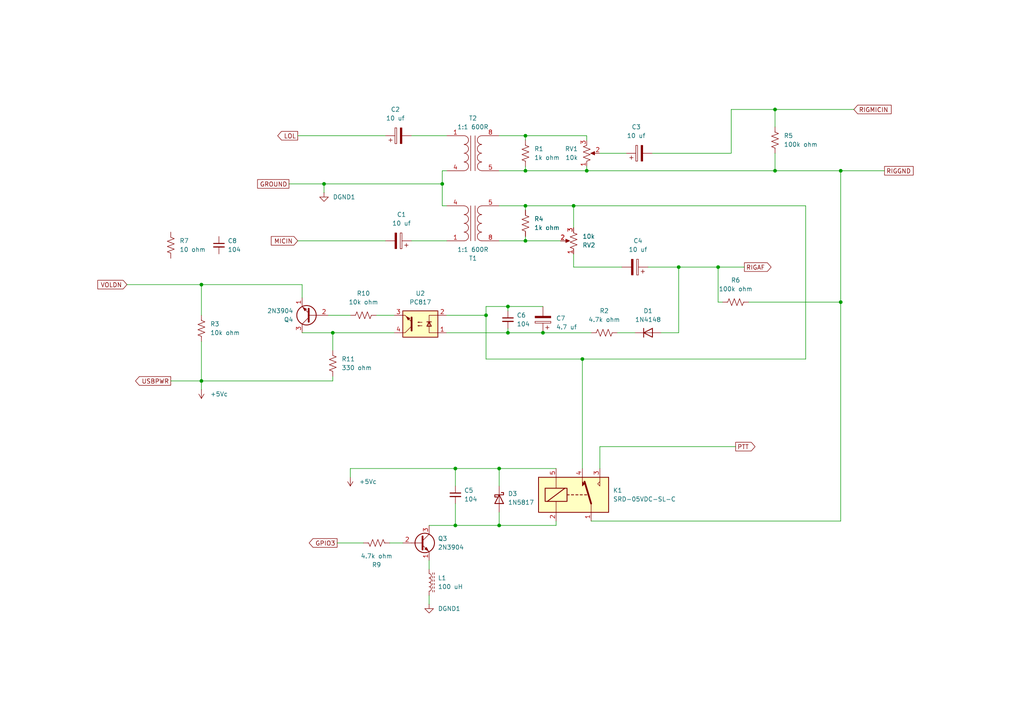
<source format=kicad_sch>
(kicad_sch (version 20250114) (generator "eeschema") (generator_version "9.0")
  (paper "A4")
  (title_block (title "NodePilot By S21TIP") (date "2025-12-17") (rev "4.1"))
  (lib_symbols
    (symbol "Device:C_Polarized" (pin_numbers (hide yes)) (pin_names (offset 0.254))
      (property "Reference" "C" (at 0.635 2.54 0))
      (property "Value" "C_Polarized" (at 0.635 -2.54 0))
      (symbol "C_Polarized_0_1"
        (rectangle (start -2.286 0.508) (end 2.286 1.016))
        (polyline (pts (xy -1.778 2.286) (xy -0.762 2.286)))
        (polyline (pts (xy -1.27 2.794) (xy -1.27 1.778)))
        (rectangle (start 2.286 -0.508) (end -2.286 -1.016) (fill (type outline)))
      )
      (symbol "C_Polarized_1_1"
        (pin passive line (at 0 3.81 270) (length 2.794) (name "~") (number "1"))
        (pin passive line (at 0 -3.81 90) (length 2.794) (name "~") (number "2"))
      )
    )
    (symbol "Device:C_Small" (pin_numbers (hide yes)) (pin_names (offset 0.254) (hide yes))
      (property "Reference" "C" (at 0.254 1.778 0))
      (property "Value" "C_Small" (at 0.254 -2.032 0))
      (symbol "C_Small_0_1"
        (polyline (pts (xy -1.524 0.508) (xy 1.524 0.508)) (stroke (width 0.3048)))
        (polyline (pts (xy -1.524 -0.508) (xy 1.524 -0.508)) (stroke (width 0.3302)))
      )
      (symbol "C_Small_1_1"
        (pin passive line (at 0 2.54 270) (length 2.032) (name "~") (number "1"))
        (pin passive line (at 0 -2.54 90) (length 2.032) (name "~") (number "2"))
      )
    )
    (symbol "Device:L_Ferrite" (pin_numbers (hide yes)) (pin_names (offset 1.016) (hide yes))
      (property "Reference" "L" (at -1.27 0 90))
      (property "Value" "L_Ferrite" (at 2.794 0 90))
      (symbol "L_Ferrite_0_1"
        (arc (start 0 2.54) (mid 0.6323 1.905) (end 0 1.27))
        (arc (start 0 1.27) (mid 0.6323 0.635) (end 0 0))
        (arc (start 0 0) (mid 0.6323 -0.635) (end 0 -1.27))
        (arc (start 0 -1.27) (mid 0.6323 -1.905) (end 0 -2.54))
        (polyline (pts (xy 1.016 2.286) (xy 1.016 2.794)))
        (polyline (pts (xy 1.016 1.27) (xy 1.016 1.778)))
        (polyline (pts (xy 1.016 0.254) (xy 1.016 0.762)))
        (polyline (pts (xy 1.016 -0.762) (xy 1.016 -0.254)))
        (polyline (pts (xy 1.016 -1.778) (xy 1.016 -1.27)))
        (polyline (pts (xy 1.016 -2.794) (xy 1.016 -2.286)))
        (polyline (pts (xy 1.524 2.794) (xy 1.524 2.286)))
        (polyline (pts (xy 1.524 1.778) (xy 1.524 1.27)))
        (polyline (pts (xy 1.524 0.762) (xy 1.524 0.254)))
        (polyline (pts (xy 1.524 -0.254) (xy 1.524 -0.762)))
        (polyline (pts (xy 1.524 -1.27) (xy 1.524 -1.778)))
        (polyline (pts (xy 1.524 -2.286) (xy 1.524 -2.794)))
      )
      (symbol "L_Ferrite_1_1"
        (pin passive line (at 0 3.81 270) (length 1.27) (name "1") (number "1"))
        (pin passive line (at 0 -3.81 90) (length 1.27) (name "2") (number "2"))
      )
    )
    (symbol "Device:R_Potentiometer_US" (pin_names (offset 1.016) (hide yes))
      (property "Reference" "RV" (at -4.445 0 90))
      (property "Value" "R_Potentiometer_US" (at -2.54 0 90))
      (symbol "R_Potentiometer_US_0_1"
        (polyline (pts (xy 0 2.54) (xy 0 2.286)))
        (polyline (pts (xy 0 2.286) (xy 1.016 1.905) (xy 0 1.524) (xy -1.016 1.143) (xy 0 0.762)))
        (polyline (pts (xy 0 0.762) (xy 1.016 0.381) (xy 0 0) (xy -1.016 -0.381) (xy 0 -0.762)))
        (polyline (pts (xy 0 -0.762) (xy 1.016 -1.143) (xy 0 -1.524) (xy -1.016 -1.905) (xy 0 -2.286)))
        (polyline (pts (xy 0 -2.286) (xy 0 -2.54)))
        (polyline (pts (xy 1.143 0) (xy 2.286 0.508) (xy 2.286 -0.508) (xy 1.143 0)) (fill (type outline)))
        (polyline (pts (xy 2.54 0) (xy 1.524 0)))
      )
      (symbol "R_Potentiometer_US_1_1"
        (pin passive line (at 0 3.81 270) (length 1.27) (name "1") (number "1"))
        (pin passive line (at 0 -3.81 90) (length 1.27) (name "3") (number "3"))
        (pin passive line (at 3.81 0 180) (length 1.27) (name "2") (number "2"))
      )
    )
    (symbol "Device:R_US" (pin_numbers (hide yes)) (pin_names (offset 0))
      (property "Reference" "R" (at 2.54 0 90))
      (property "Value" "R_US" (at -2.54 0 90))
      (symbol "R_US_0_1"
        (polyline (pts (xy 0 2.286) (xy 0 2.54)))
        (polyline (pts (xy 0 2.286) (xy 1.016 1.905) (xy 0 1.524) (xy -1.016 1.143) (xy 0 0.762)))
        (polyline (pts (xy 0 0.762) (xy 1.016 0.381) (xy 0 0) (xy -1.016 -0.381) (xy 0 -0.762)))
        (polyline (pts (xy 0 -0.762) (xy 1.016 -1.143) (xy 0 -1.524) (xy -1.016 -1.905) (xy 0 -2.286)))
        (polyline (pts (xy 0 -2.286) (xy 0 -2.54)))
      )
      (symbol "R_US_1_1"
        (pin passive line (at 0 3.81 270) (length 1.27) (name "~") (number "1"))
        (pin passive line (at 0 -3.81 90) (length 1.27) (name "~") (number "2"))
      )
    )
    (symbol "Device:Transformer_1P_1S_SO8" (pin_names (offset 1.016) (hide yes))
      (property "Reference" "T" (at 0 6.35 0))
      (property "Value" "Transformer_1P_1S_SO8" (at 0 -7.62 0))
      (symbol "Transformer_1P_1S_SO8_0_1"
        (arc (start -1.27 3.81) (mid -1.656 2.9336) (end -2.54 2.5654))
        (arc (start -1.27 1.27) (mid -1.656 0.3936) (end -2.54 0.0254))
        (arc (start -1.27 -1.27) (mid -1.656 -2.1464) (end -2.54 -2.5146))
        (arc (start -1.27 -3.81) (mid -1.656 -4.6864) (end -2.54 -5.0546))
        (arc (start -2.54 5.08) (mid -1.642 4.708) (end -1.27 3.81))
        (arc (start -2.54 2.54) (mid -1.642 2.168) (end -1.27 1.27))
        (arc (start -2.54 0) (mid -1.642 -0.372) (end -1.27 -1.27))
        (arc (start -2.54 -2.54) (mid -1.642 -2.912) (end -1.27 -3.81))
        (polyline (pts (xy -0.635 5.08) (xy -0.635 -5.08)))
        (polyline (pts (xy 0.635 -5.08) (xy 0.635 5.08)))
        (arc (start 1.2954 3.81) (mid 1.6457 4.7117) (end 2.54 5.08))
        (arc (start 1.2954 1.27) (mid 1.6457 2.1717) (end 2.54 2.54))
        (arc (start 1.2954 -1.27) (mid 1.6457 -0.3683) (end 2.54 0))
        (arc (start 2.54 2.5654) (mid 1.6599 2.9299) (end 1.2954 3.81))
        (arc (start 2.54 0.0254) (mid 1.6599 0.3899) (end 1.2954 1.27))
        (arc (start 2.54 -2.5146) (mid 1.6599 -2.1501) (end 1.2954 -1.27))
        (arc (start 1.3208 -3.81) (mid 1.6711 -2.9085) (end 2.5654 -2.54))
        (arc (start 2.5654 -5.0546) (mid 1.6851 -4.6902) (end 1.3208 -3.81))
      )
      (symbol "Transformer_1P_1S_SO8_1_1"
        (pin passive line (at -7.62 5.08 0) (length 5.08) (name "AA") (number "1"))
        (pin passive line (at -7.62 -5.08 0) (length 5.08) (name "AB") (number "4"))
        (pin passive line (at 7.62 5.08 180) (length 5.08) (name "SB") (number "8"))
        (pin passive line (at 7.62 -5.08 180) (length 5.08) (name "SA") (number "5"))
      )
    )
    (symbol "Diode:1N4148" (pin_numbers (hide yes)) (pin_names (hide yes))
      (property "Reference" "D" (at 0 2.54 0))
      (property "Value" "1N4148" (at 0 -2.54 0))
      (symbol "1N4148_0_1"
        (polyline (pts (xy -1.27 1.27) (xy -1.27 -1.27)) (stroke (width 0.254)))
        (polyline (pts (xy 1.27 1.27) (xy 1.27 -1.27) (xy -1.27 0) (xy 1.27 1.27)) (stroke (width 0.254)))
        (polyline (pts (xy 1.27 0) (xy -1.27 0)))
      )
      (symbol "1N4148_1_1"
        (pin passive line (at -3.81 0 0) (length 2.54) (name "K") (number "1"))
        (pin passive line (at 3.81 0 180) (length 2.54) (name "A") (number "2"))
      )
    )
    (symbol "Diode:1N5817" (pin_numbers (hide yes)) (pin_names (offset 1.016) (hide yes))
      (property "Reference" "D" (at 0 2.54 0))
      (property "Value" "1N5817" (at 0 -2.54 0))
      (symbol "1N5817_0_1"
        (polyline (pts (xy -1.905 0.635) (xy -1.905 1.27) (xy -1.27 1.27) (xy -1.27 -1.27) (xy -0.635 -1.27) (xy -0.635 -0.635)) (stroke (width 0.254)))
        (polyline (pts (xy 1.27 1.27) (xy 1.27 -1.27) (xy -1.27 0) (xy 1.27 1.27)) (stroke (width 0.254)))
        (polyline (pts (xy 1.27 0) (xy -1.27 0)))
      )
      (symbol "1N5817_1_1"
        (pin passive line (at -3.81 0 0) (length 2.54) (name "K") (number "1"))
        (pin passive line (at 3.81 0 180) (length 2.54) (name "A") (number "2"))
      )
    )
    (symbol "Isolator:PC817" (pin_names (offset 1.016))
      (property "Reference" "U" (at -5.08 5.08 0))
      (property "Value" "PC817" (at 0 5.08 0))
      (symbol "PC817_0_1"
        (rectangle (start -5.08 3.81) (end 5.08 -3.81) (stroke (width 0.254)) (fill (type background)))
        (polyline (pts (xy -5.08 2.54) (xy -2.54 2.54) (xy -2.54 -0.635)))
        (polyline (pts (xy -3.175 -0.635) (xy -1.905 -0.635)) (stroke (width 0.254)))
        (polyline (pts (xy -2.54 -0.635) (xy -2.54 -2.54) (xy -5.08 -2.54)))
        (polyline (pts (xy -2.54 -0.635) (xy -3.175 0.635) (xy -1.905 0.635) (xy -2.54 -0.635)) (stroke (width 0.254)))
        (polyline (pts (xy -0.508 0.508) (xy 0.762 0.508) (xy 0.381 0.381) (xy 0.381 0.635) (xy 0.762 0.508)))
        (polyline (pts (xy -0.508 -0.508) (xy 0.762 -0.508) (xy 0.381 -0.635) (xy 0.381 -0.381) (xy 0.762 -0.508)))
        (polyline (pts (xy 2.54 1.905) (xy 2.54 -1.905)) (stroke (width 0.508)))
        (polyline (pts (xy 2.54 0.635) (xy 4.445 2.54)))
        (polyline (pts (xy 3.048 -1.651) (xy 3.556 -1.143) (xy 4.064 -2.159) (xy 3.048 -1.651)) (fill (type outline)))
        (polyline (pts (xy 4.445 2.54) (xy 5.08 2.54)))
        (polyline (pts (xy 4.445 -2.54) (xy 2.54 -0.635)) (fill (type outline)))
        (polyline (pts (xy 4.445 -2.54) (xy 5.08 -2.54)))
      )
      (symbol "PC817_1_1"
        (pin passive line (at -7.62 2.54 0) (length 2.54) (name "~") (number "1"))
        (pin passive line (at -7.62 -2.54 0) (length 2.54) (name "~") (number "2"))
        (pin passive line (at 7.62 2.54 180) (length 2.54) (name "~") (number "4"))
        (pin passive line (at 7.62 -2.54 180) (length 2.54) (name "~") (number "3"))
      )
    )
    (symbol "Relay:SANYOU_SRD_Form_C"
      (property "Reference" "K" (at 11.43 3.81 0))
      (property "Value" "SANYOU_SRD_Form_C" (at 11.43 1.27 0))
      (symbol "SANYOU_SRD_Form_C_0_0"
        (polyline (pts (xy 7.62 5.08) (xy 7.62 2.54) (xy 6.985 3.175) (xy 7.62 3.81)))
      )
      (symbol "SANYOU_SRD_Form_C_0_1"
        (rectangle (start -10.16 5.08) (end 10.16 -5.08) (stroke (width 0.254)) (fill (type background)))
        (rectangle (start -8.255 1.905) (end -1.905 -1.905) (stroke (width 0.254)))
        (polyline (pts (xy -7.62 -1.905) (xy -2.54 1.905)) (stroke (width 0.254)))
        (polyline (pts (xy -5.08 5.08) (xy -5.08 1.905)))
        (polyline (pts (xy -5.08 -5.08) (xy -5.08 -1.905)))
        (polyline (pts (xy -1.905 0) (xy -1.27 0)) (stroke (width 0.254)))
        (polyline (pts (xy -0.635 0) (xy 0 0)) (stroke (width 0.254)))
        (polyline (pts (xy 0.635 0) (xy 1.27 0)) (stroke (width 0.254)))
        (polyline (pts (xy 1.905 0) (xy 2.54 0)) (stroke (width 0.254)))
        (polyline (pts (xy 3.175 0) (xy 3.81 0)) (stroke (width 0.254)))
        (polyline (pts (xy 5.08 -2.54) (xy 3.175 3.81)) (stroke (width 0.508)))
        (polyline (pts (xy 5.08 -2.54) (xy 5.08 -5.08)))
      )
      (symbol "SANYOU_SRD_Form_C_1_1"
        (polyline (pts (xy 2.54 3.81) (xy 3.175 3.175) (xy 2.54 2.54) (xy 2.54 5.08)) (fill (type outline)))
        (pin passive line (at -5.08 7.62 270) (length 2.54) (name "~") (number "5"))
        (pin passive line (at -5.08 -7.62 90) (length 2.54) (name "~") (number "2"))
        (pin passive line (at 2.54 7.62 270) (length 2.54) (name "~") (number "4"))
        (pin passive line (at 5.08 -7.62 90) (length 2.54) (name "~") (number "1"))
        (pin passive line (at 7.62 7.62 270) (length 2.54) (name "~") (number "3"))
      )
    )
    (symbol "Transistor_BJT:2N3904" (pin_names (offset 0) (hide yes))
      (property "Reference" "Q" (at 5.08 1.905 0))
      (property "Value" "2N3904" (at 5.08 0 0))
      (symbol "2N3904_0_1"
        (polyline (pts (xy -2.54 0) (xy 0.635 0)))
        (polyline (pts (xy 0.635 1.905) (xy 0.635 -1.905)) (stroke (width 0.508)))
        (circle (center 1.27 0) (radius 2.8194) (stroke (width 0.254)))
      )
      (symbol "2N3904_1_1"
        (polyline (pts (xy 0.635 0.635) (xy 2.54 2.54)))
        (polyline (pts (xy 0.635 -0.635) (xy 2.54 -2.54)))
        (polyline (pts (xy 1.27 -1.778) (xy 1.778 -1.27) (xy 2.286 -2.286) (xy 1.27 -1.778)) (fill (type outline)))
        (pin input line (at -5.08 0 0) (length 2.54) (name "B") (number "2"))
        (pin passive line (at 2.54 5.08 270) (length 2.54) (name "C") (number "3"))
        (pin passive line (at 2.54 -5.08 90) (length 2.54) (name "E") (number "1"))
      )
    )
    (symbol "power:+5V" (power) (pin_numbers (hide yes)) (pin_names (offset 0) (hide yes))
      (property "Value" "+5V" (at 0 3.556 0))
      (symbol "+5V_0_1"
        (polyline (pts (xy -0.762 1.27) (xy 0 2.54)))
        (polyline (pts (xy 0 2.54) (xy 0.762 1.27)))
        (polyline (pts (xy 0 0) (xy 0 2.54)))
      )
      (symbol "+5V_1_1"
        (pin power_in line (at 0 0 90) (length 0) (name "~") (number "1"))
      )
    )
    (symbol "power:GND1" (power) (pin_numbers (hide yes)) (pin_names (offset 0) (hide yes))
      (property "Value" "GND1" (at 0 -3.81 0))
      (symbol "GND1_0_1"
        (polyline (pts (xy 0 0) (xy 0 -1.27) (xy 1.27 -1.27) (xy 0 -2.54) (xy -1.27 -1.27) (xy 0 -1.27)))
      )
      (symbol "GND1_1_1"
        (pin power_in line (at 0 0 270) (length 0) (name "~") (number "1"))
      )
    )
  )
  (junction (at 243.84 87.63))
  (junction (at 152.4 39.37))
  (junction (at 58.42 110.49))
  (junction (at 140.97 91.44))
  (junction (at 168.91 104.14))
  (junction (at 166.37 59.69))
  (junction (at 224.79 31.75))
  (junction (at 144.78 152.4))
  (junction (at 170.18 49.53))
  (junction (at 157.48 96.52))
  (junction (at 196.85 77.47))
  (junction (at 58.42 82.55))
  (junction (at 132.08 135.89))
  (junction (at 243.84 49.53))
  (junction (at 208.28 77.47))
  (junction (at 224.79 49.53))
  (junction (at 152.4 69.85))
  (junction (at 152.4 59.69))
  (junction (at 132.08 152.4))
  (junction (at 96.52 96.52))
  (junction (at 147.32 96.52))
  (junction (at 93.98 53.34))
  (junction (at 152.4 49.53))
  (junction (at 128.27 53.34))
  (junction (at 147.32 88.9))
  (junction (at 144.78 135.89))
  (wire (pts (xy 217.17 87.63) (xy 243.84 87.63)))
  (wire (pts (xy 166.37 59.69) (xy 233.68 59.69)))
  (wire (pts (xy 157.48 96.52) (xy 171.45 96.52)))
  (wire (pts (xy 166.37 59.69) (xy 166.37 66.04)))
  (wire (pts (xy 144.78 69.85) (xy 152.4 69.85)))
  (wire (pts (xy 132.08 135.89) (xy 132.08 140.97)))
  (wire (pts (xy 128.27 53.34) (xy 128.27 59.69)))
  (wire (pts (xy 208.28 77.47) (xy 208.28 87.63)))
  (wire (pts (xy 152.4 59.69) (xy 166.37 59.69)))
  (wire (pts (xy 224.79 36.83) (xy 224.79 31.75)))
  (wire (pts (xy 144.78 39.37) (xy 152.4 39.37)))
  (wire (pts (xy 119.38 69.85) (xy 129.54 69.85)))
  (wire (pts (xy 58.42 82.55) (xy 87.63 82.55)))
  (wire (pts (xy 132.08 135.89) (xy 144.78 135.89)))
  (wire (pts (xy 124.46 165.1) (xy 124.46 162.56)))
  (wire (pts (xy 97.79 157.48) (xy 105.41 157.48)))
  (wire (pts (xy 243.84 87.63) (xy 243.84 151.13)))
  (wire (pts (xy 152.4 60.96) (xy 152.4 59.69)))
  (wire (pts (xy 58.42 91.44) (xy 58.42 82.55)))
  (wire (pts (xy 140.97 104.14) (xy 140.97 91.44)))
  (wire (pts (xy 179.07 96.52) (xy 184.15 96.52)))
  (wire (pts (xy 152.4 69.85) (xy 152.4 68.58)))
  (wire (pts (xy 95.25 91.44) (xy 101.6 91.44)))
  (wire (pts (xy 147.32 88.9) (xy 157.48 88.9)))
  (wire (pts (xy 87.63 82.55) (xy 87.63 86.36)))
  (wire (pts (xy 96.52 96.52) (xy 96.52 101.6)))
  (wire (pts (xy 83.82 53.34) (xy 93.98 53.34)))
  (wire (pts (xy 212.09 44.45) (xy 189.23 44.45)))
  (wire (pts (xy 58.42 99.06) (xy 58.42 110.49)))
  (wire (pts (xy 166.37 73.66) (xy 166.37 77.47)))
  (wire (pts (xy 152.4 48.26) (xy 152.4 49.53)))
  (wire (pts (xy 152.4 40.64) (xy 152.4 39.37)))
  (wire (pts (xy 49.53 110.49) (xy 58.42 110.49)))
  (wire (pts (xy 101.6 135.89) (xy 101.6 138.43)))
  (wire (pts (xy 191.77 96.52) (xy 196.85 96.52)))
  (wire (pts (xy 243.84 49.53) (xy 256.54 49.53)))
  (wire (pts (xy 128.27 49.53) (xy 129.54 49.53)))
  (wire (pts (xy 144.78 135.89) (xy 161.29 135.89)))
  (wire (pts (xy 96.52 109.22) (xy 96.52 110.49)))
  (wire (pts (xy 152.4 39.37) (xy 170.18 39.37)))
  (wire (pts (xy 109.22 91.44) (xy 114.3 91.44)))
  (wire (pts (xy 168.91 104.14) (xy 168.91 135.89)))
  (wire (pts (xy 124.46 175.26) (xy 124.46 172.72)))
  (wire (pts (xy 129.54 39.37) (xy 119.38 39.37)))
  (wire (pts (xy 161.29 152.4) (xy 161.29 151.13)))
  (wire (pts (xy 86.36 69.85) (xy 111.76 69.85)))
  (wire (pts (xy 129.54 91.44) (xy 140.97 91.44)))
  (wire (pts (xy 140.97 104.14) (xy 168.91 104.14)))
  (wire (pts (xy 101.6 135.89) (xy 132.08 135.89)))
  (wire (pts (xy 144.78 59.69) (xy 152.4 59.69)))
  (wire (pts (xy 140.97 88.9) (xy 147.32 88.9)))
  (wire (pts (xy 58.42 110.49) (xy 58.42 113.03)))
  (wire (pts (xy 144.78 49.53) (xy 152.4 49.53)))
  (wire (pts (xy 208.28 77.47) (xy 215.9 77.47)))
  (wire (pts (xy 170.18 48.26) (xy 170.18 49.53)))
  (wire (pts (xy 171.45 151.13) (xy 243.84 151.13)))
  (wire (pts (xy 124.46 152.4) (xy 132.08 152.4)))
  (wire (pts (xy 96.52 96.52) (xy 114.3 96.52)))
  (wire (pts (xy 58.42 110.49) (xy 96.52 110.49)))
  (wire (pts (xy 129.54 96.52) (xy 147.32 96.52)))
  (wire (pts (xy 36.83 82.55) (xy 58.42 82.55)))
  (wire (pts (xy 224.79 44.45) (xy 224.79 49.53)))
  (wire (pts (xy 224.79 49.53) (xy 243.84 49.53)))
  (wire (pts (xy 173.99 129.54) (xy 213.36 129.54)))
  (wire (pts (xy 132.08 146.05) (xy 132.08 152.4)))
  (wire (pts (xy 93.98 53.34) (xy 128.27 53.34)))
  (wire (pts (xy 132.08 152.4) (xy 144.78 152.4)))
  (wire (pts (xy 147.32 88.9) (xy 147.32 90.17)))
  (wire (pts (xy 243.84 49.53) (xy 243.84 87.63)))
  (wire (pts (xy 86.36 39.37) (xy 111.76 39.37)))
  (wire (pts (xy 212.09 31.75) (xy 224.79 31.75)))
  (wire (pts (xy 212.09 31.75) (xy 212.09 44.45)))
  (wire (pts (xy 128.27 59.69) (xy 129.54 59.69)))
  (wire (pts (xy 140.97 91.44) (xy 140.97 88.9)))
  (wire (pts (xy 128.27 49.53) (xy 128.27 53.34)))
  (wire (pts (xy 147.32 95.25) (xy 147.32 96.52)))
  (wire (pts (xy 233.68 59.69) (xy 233.68 104.14)))
  (wire (pts (xy 173.99 44.45) (xy 181.61 44.45)))
  (wire (pts (xy 93.98 55.88) (xy 93.98 53.34)))
  (wire (pts (xy 144.78 148.59) (xy 144.78 152.4)))
  (wire (pts (xy 196.85 77.47) (xy 196.85 96.52)))
  (wire (pts (xy 187.96 77.47) (xy 196.85 77.47)))
  (wire (pts (xy 144.78 152.4) (xy 161.29 152.4)))
  (wire (pts (xy 196.85 77.47) (xy 208.28 77.47)))
  (wire (pts (xy 96.52 96.52) (xy 87.63 96.52)))
  (wire (pts (xy 144.78 135.89) (xy 144.78 140.97)))
  (wire (pts (xy 166.37 77.47) (xy 180.34 77.47)))
  (wire (pts (xy 224.79 31.75) (xy 247.65 31.75)))
  (wire (pts (xy 170.18 39.37) (xy 170.18 40.64)))
  (wire (pts (xy 152.4 49.53) (xy 170.18 49.53)))
  (wire (pts (xy 113.03 157.48) (xy 116.84 157.48)))
  (wire (pts (xy 147.32 96.52) (xy 157.48 96.52)))
  (wire (pts (xy 173.99 135.89) (xy 173.99 129.54)))
  (wire (pts (xy 208.28 87.63) (xy 209.55 87.63)))
  (wire (pts (xy 170.18 49.53) (xy 224.79 49.53)))
  (wire (pts (xy 168.91 104.14) (xy 233.68 104.14)))
  (wire (pts (xy 162.56 69.85) (xy 152.4 69.85)))
  (global_label "PTT" (shape output) (at 213.36 129.54 0) (property "Intersheetrefs" "${INTERSHEET_REFS}" (effects (hide yes))))
  (global_label "GPIO3" (shape output) (at 97.79 157.48 180) (property "Intersheetrefs" "${INTERSHEET_REFS}" (effects (hide yes))))
  (global_label "RIGAF" (shape output) (at 215.9 77.47 0) (property "Intersheetrefs" "${INTERSHEET_REFS}" (effects (hide yes))))
  (global_label "VOLDN" (shape input) (at 36.83 82.55 180) (property "Intersheetrefs" "${INTERSHEET_REFS}" (effects (hide yes))))
  (global_label "MICIN" (shape input) (at 86.36 69.85 180) (property "Intersheetrefs" "${INTERSHEET_REFS}" (effects (hide yes))))
  (global_label "USBPWR" (shape output) (at 49.53 110.49 180) (property "Intersheetrefs" "${INTERSHEET_REFS}" (effects (hide yes))))
  (global_label "RIGGND" (shape passive) (at 256.54 49.53 0) (property "Intersheetrefs" "${INTERSHEET_REFS}" (effects (hide yes))))
  (global_label "LOL" (shape output) (at 86.36 39.37 180) (property "Intersheetrefs" "${INTERSHEET_REFS}" (effects (hide yes))))
  (global_label "GROUND" (shape passive) (at 83.82 53.34 180) (property "Intersheetrefs" "${INTERSHEET_REFS}" (effects (hide yes))))
  (global_label "RIGMICIN" (shape input) (at 247.65 31.75 0) (property "Intersheetrefs" "${INTERSHEET_REFS}" (effects (hide yes))))
  (symbol (lib_id "Device:R_US") (at 58.42 95.25 0) (unit 1)
    (property "Reference" "R3" (at 60.96 93.9799 0) (effects (justify left)))
    (property "Value" "10k ohm" (at 60.96 96.5199 0) (effects (justify left)))
    (property "Description" "Resistor, US symbol" (effects (hide yes)))
  )
  (symbol (lib_id "Device:R_US") (at 105.41 91.44 90) (unit 1)
    (property "Reference" "R10" (at 105.41 85.09 90))
    (property "Value" "10k ohm" (at 105.41 87.63 90))
    (property "Description" "Resistor, US symbol" (effects (hide yes)))
  )
  (symbol (lib_id "Isolator:PC817") (at 121.92 93.98 180) (unit 1)
    (property "Reference" "U2" (at 121.92 85.09 0))
    (property "Value" "PC817" (at 121.92 87.63 0))
    (property "Footprint" "Package_DIP:DIP-4_W7.62mm" (effects (hide yes)))
    (property "Datasheet" "http://www.soselectronic.cz/a_info/resource/d/pc817.pdf" (effects (hide yes)))
    (property "Description" "DC Optocoupler, Vce 35V, CTR 50-300%, DIP-4" (effects (hide yes)))
  )
  (symbol (lib_id "power:+5V") (at 101.6 138.43 180) (unit 1)
    (property "Reference" "#PWR0101" (effects (hide yes)))
    (property "Value" "+5Vc" (at 104.14 139.6999 0) (effects (justify right)))
    (property "Description" "Power symbol creates a global label with name \"+5V\"" (effects (hide yes)))
  )
  (symbol (lib_id "Device:C_Small") (at 147.32 92.71 0) (unit 1)
    (property "Reference" "C6" (at 149.86 91.4462 0) (effects (justify left)))
    (property "Value" "104" (at 149.86 93.9862 0) (effects (justify left)))
    (property "Description" "Unpolarized capacitor, small symbol" (effects (hide yes)))
  )
  (symbol (lib_id "Device:L_Ferrite") (at 124.46 168.91 0) (unit 1)
    (property "Reference" "L1" (at 127 167.6399 0) (effects (justify left)))
    (property "Value" "100 uH" (at 127 170.1799 0) (effects (justify left)))
    (property "Description" "Inductor with ferrite core" (effects (hide yes)))
  )
  (symbol (lib_id "Device:R_US") (at 152.4 44.45 0) (unit 1)
    (property "Reference" "R1" (at 154.94 43.1799 0) (effects (justify left)))
    (property "Value" "1k ohm" (at 154.94 45.7199 0) (effects (justify left)))
    (property "Description" "Resistor, US symbol" (effects (hide yes)))
  )
  (symbol (lib_id "Device:C_Polarized") (at 115.57 39.37 90) (unit 1)
    (property "Reference" "C2" (at 114.681 31.75 90))
    (property "Value" "10 uf" (at 114.681 34.29 90))
    (property "Description" "Polarized capacitor" (effects (hide yes)))
  )
  (symbol (lib_id "Device:Transformer_1P_1S_SO8") (at 137.16 64.77 0) (mirror x) (unit 1)
    (property "Reference" "T1" (at 137.1727 74.93 0))
    (property "Value" "1:1 600R" (at 137.1727 72.39 0))
    (property "Description" "Transformer, single primary, single secondary, SO-8 package" (effects (hide yes)))
  )
  (symbol (lib_id "Device:R_Potentiometer_US") (at 170.18 44.45 0) (mirror x) (unit 1)
    (property "Reference" "RV1" (at 167.64 43.1799 0) (effects (justify right)))
    (property "Value" "10k" (at 167.64 45.7199 0) (effects (justify right)))
    (property "Description" "Potentiometer, US symbol" (effects (hide yes)))
  )
  (symbol (lib_id "Device:C_Polarized") (at 115.57 69.85 270) (mirror x) (unit 1)
    (property "Reference" "C1" (at 116.459 62.23 90))
    (property "Value" "10 uf" (at 116.459 64.77 90))
    (property "Description" "Polarized capacitor" (effects (hide yes)))
  )
  (symbol (lib_id "Device:R_Potentiometer_US") (at 166.37 69.85 180) (unit 1)
    (property "Reference" "RV2" (at 168.91 71.1201 0) (effects (justify right)))
    (property "Value" "10k" (at 168.91 68.5801 0) (effects (justify right)))
    (property "Description" "Potentiometer, US symbol" (effects (hide yes)))
  )
  (symbol (lib_id "Device:R_US") (at 96.52 105.41 0) (unit 1)
    (property "Reference" "R11" (at 99.06 104.1399 0) (effects (justify left)))
    (property "Value" "330 ohm" (at 99.06 106.6799 0) (effects (justify left)))
    (property "Description" "Resistor, US symbol" (effects (hide yes)))
  )
  (symbol (lib_id "Device:C_Polarized") (at 185.42 44.45 90) (unit 1)
    (property "Reference" "C3" (at 184.531 36.83 90))
    (property "Value" "10 uf" (at 184.531 39.37 90))
    (property "Description" "Polarized capacitor" (effects (hide yes)))
  )
  (symbol (lib_id "Device:R_US") (at 224.79 40.64 0) (unit 1)
    (property "Reference" "R5" (at 227.33 39.3699 0) (effects (justify left)))
    (property "Value" "100k ohm" (at 227.33 41.9099 0) (effects (justify left)))
    (property "Description" "Resistor, US symbol" (effects (hide yes)))
  )
  (symbol (lib_id "Relay:SANYOU_SRD_Form_C") (at 166.37 143.51 0) (unit 1)
    (property "Reference" "K1" (at 177.8 142.2399 0) (effects (justify left)))
    (property "Value" "SRD-05VDC-SL-C" (at 177.8 144.7799 0) (effects (justify left)))
    (property "Footprint" "Relay_THT:Relay_SPDT_SANYOU_SRD_Series_Form_C" (effects (hide yes)))
    (property "Datasheet" "http://www.sanyourelay.ca/public/products/pdf/SRD.pdf" (effects (hide yes)))
    (property "Description" "Sanyo SRD relay, Single Pole Miniature Power Relay," (effects (hide yes)))
  )
  (symbol (lib_id "Device:R_US") (at 49.53 71.12 180) (unit 1)
    (property "Reference" "R7" (at 52.07 69.8499 0) (effects (justify right)))
    (property "Value" "10 ohm" (at 52.07 72.3899 0) (effects (justify right)))
    (property "Description" "Resistor, US symbol" (effects (hide yes)))
  )
  (symbol (lib_id "Device:Transformer_1P_1S_SO8") (at 137.16 44.45 0) (unit 1)
    (property "Reference" "T2" (at 137.1727 34.29 0))
    (property "Value" "1:1 600R" (at 137.1727 36.83 0))
    (property "Description" "Transformer, single primary, single secondary, SO-8 package" (effects (hide yes)))
  )
  (symbol (lib_id "power:+5V") (at 58.42 113.03 180) (unit 1)
    (property "Reference" "#PWR04" (effects (hide yes)))
    (property "Value" "+5Vc" (at 60.96 114.2999 0) (effects (justify right)))
    (property "Description" "Power symbol creates a global label with name \"+5V\"" (effects (hide yes)))
  )
  (symbol (lib_id "power:GND1") (at 124.46 175.26 0) (unit 1)
    (property "Reference" "#PWR02" (effects (hide yes)))
    (property "Value" "DGND1" (at 127 176.5299 0) (effects (justify left)))
    (property "Description" "Power symbol creates a global label with name \"GND1\" , ground" (effects (hide yes)))
  )
  (symbol (lib_id "Device:C_Polarized") (at 184.15 77.47 270) (mirror x) (unit 1)
    (property "Reference" "C4" (at 185.039 69.85 90))
    (property "Value" "10 uf" (at 185.039 72.39 90))
    (property "Description" "Polarized capacitor" (effects (hide yes)))
  )
  (symbol (lib_id "Device:C_Polarized") (at 157.48 92.71 180) (unit 1)
    (property "Reference" "C7" (at 161.29 92.3289 0) (effects (justify right)))
    (property "Value" "4.7 uf" (at 161.29 94.8689 0) (effects (justify right)))
    (property "Description" "Polarized capacitor" (effects (hide yes)))
  )
  (symbol (lib_id "Transistor_BJT:2N3904") (at 121.92 157.48 0) (unit 1)
    (property "Reference" "Q3" (at 127 156.2099 0) (effects (justify left)))
    (property "Value" "2N3904" (at 127 158.7499 0) (effects (justify left)))
    (property "Footprint" "Package_TO_SOT_THT:TO-92_Inline" (effects (hide yes)))
    (property "Datasheet" "https://www.onsemi.com/pub/Collateral/2N3903-D.PDF" (effects (hide yes)))
    (property "Description" "0.2A Ic, 40V Vce, Small Signal NPN Transistor, TO-92" (effects (hide yes)))
  )
  (symbol (lib_id "Device:R_US") (at 109.22 157.48 90) (mirror x) (unit 1)
    (property "Reference" "R9" (at 109.22 163.83 90))
    (property "Value" "4.7k ohm" (at 109.22 161.29 90))
    (property "Description" "Resistor, US symbol" (effects (hide yes)))
  )
  (symbol (lib_id "Device:C_Small") (at 63.5 71.12 0) (unit 1)
    (property "Reference" "C8" (at 66.04 69.8562 0) (effects (justify left)))
    (property "Value" "104" (at 66.04 72.3962 0) (effects (justify left)))
    (property "Description" "Unpolarized capacitor, small symbol" (effects (hide yes)))
  )
  (symbol (lib_id "Device:R_US") (at 152.4 64.77 0) (unit 1)
    (property "Reference" "R4" (at 154.94 63.4999 0) (effects (justify left)))
    (property "Value" "1k ohm" (at 154.94 66.0399 0) (effects (justify left)))
    (property "Description" "Resistor, US symbol" (effects (hide yes)))
  )
  (symbol (lib_id "Device:R_US") (at 213.36 87.63 90) (unit 1)
    (property "Reference" "R6" (at 213.36 81.28 90))
    (property "Value" "100k ohm" (at 213.36 83.82 90))
    (property "Description" "Resistor, US symbol" (effects (hide yes)))
  )
  (symbol (lib_id "Device:C_Small") (at 132.08 143.51 0) (unit 1)
    (property "Reference" "C5" (at 134.62 142.2462 0) (effects (justify left)))
    (property "Value" "104" (at 134.62 144.7862 0) (effects (justify left)))
    (property "Description" "Unpolarized capacitor, small symbol" (effects (hide yes)))
  )
  (symbol (lib_id "Device:R_US") (at 175.26 96.52 90) (unit 1)
    (property "Reference" "R2" (at 175.26 90.17 90))
    (property "Value" "4.7k ohm" (at 175.26 92.71 90))
    (property "Description" "Resistor, US symbol" (effects (hide yes)))
  )
  (symbol (lib_id "power:GND1") (at 93.98 55.88 0) (unit 1)
    (property "Reference" "#PWR01" (effects (hide yes)))
    (property "Value" "DGND1" (at 96.52 57.1499 0) (effects (justify left)))
    (property "Description" "Power symbol creates a global label with name \"GND1\" , ground" (effects (hide yes)))
  )
  (symbol (lib_id "Diode:1N5817") (at 144.78 144.78 270) (unit 1)
    (property "Reference" "D3" (at 147.32 143.1924 90) (effects (justify left)))
    (property "Value" "1N5817" (at 147.32 145.7324 90) (effects (justify left)))
    (property "Footprint" "Diode_THT:D_DO-41_SOD81_P10.16mm_Horizontal" (effects (hide yes)))
    (property "Datasheet" "http://www.vishay.com/docs/88525/1n5817.pdf" (effects (hide yes)))
    (property "Description" "20V 1A Schottky Barrier Rectifier Diode, DO-41" (effects (hide yes)))
  )
  (symbol (lib_id "Transistor_BJT:2N3904") (at 90.17 91.44 180) (unit 1)
    (property "Reference" "Q4" (at 85.09 92.7101 0) (effects (justify left)))
    (property "Value" "2N3904" (at 85.09 90.1701 0) (effects (justify left)))
    (property "Footprint" "Package_TO_SOT_THT:TO-92_Inline" (effects (hide yes)))
    (property "Datasheet" "https://www.onsemi.com/pub/Collateral/2N3903-D.PDF" (effects (hide yes)))
    (property "Description" "0.2A Ic, 40V Vce, Small Signal NPN Transistor, TO-92" (effects (hide yes)))
  )
  (symbol (lib_id "Diode:1N4148") (at 187.96 96.52 0) (unit 1)
    (property "Reference" "D1" (at 187.96 90.17 0))
    (property "Value" "1N4148" (at 187.96 92.71 0))
    (property "Footprint" "Diode_THT:D_DO-35_SOD27_P7.62mm_Horizontal" (effects (hide yes)))
    (property "Datasheet" "https://assets.nexperia.com/documents/data-sheet/1N4148_1N4448.pdf" (effects (hide yes)))
    (property "Description" "100V 0.15A standard switching diode, DO-35" (effects (hide yes)))
    (property "Sim.Device" "D" (effects (hide yes)))
    (property "Sim.Pins" "1=K 2=A" (effects (hide yes)))
  )
)
</source>
